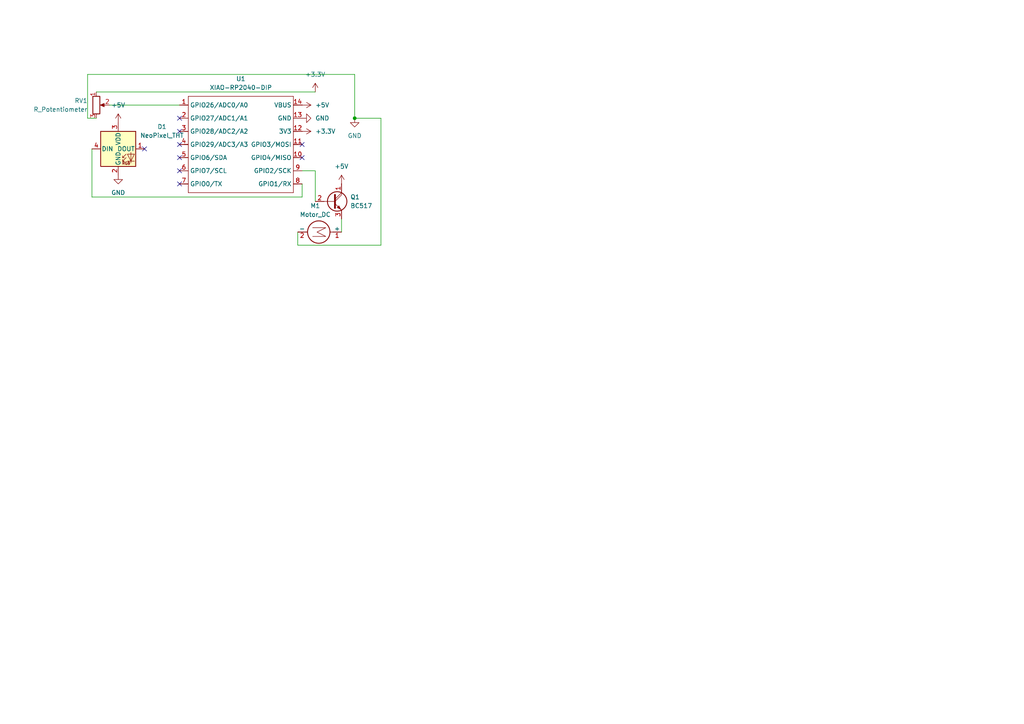
<source format=kicad_sch>
(kicad_sch
	(version 20250114)
	(generator "eeschema")
	(generator_version "9.0")
	(uuid "eb2d644a-b072-4388-b3f9-ae61c2cde254")
	(paper "A4")
	(lib_symbols
		(symbol "Device:R_Potentiometer"
			(pin_names
				(offset 1.016)
				(hide yes)
			)
			(exclude_from_sim no)
			(in_bom yes)
			(on_board yes)
			(property "Reference" "RV"
				(at -4.445 0 90)
				(effects
					(font
						(size 1.27 1.27)
					)
				)
			)
			(property "Value" "R_Potentiometer"
				(at -2.54 0 90)
				(effects
					(font
						(size 1.27 1.27)
					)
				)
			)
			(property "Footprint" ""
				(at 0 0 0)
				(effects
					(font
						(size 1.27 1.27)
					)
					(hide yes)
				)
			)
			(property "Datasheet" "~"
				(at 0 0 0)
				(effects
					(font
						(size 1.27 1.27)
					)
					(hide yes)
				)
			)
			(property "Description" "Potentiometer"
				(at 0 0 0)
				(effects
					(font
						(size 1.27 1.27)
					)
					(hide yes)
				)
			)
			(property "ki_keywords" "resistor variable"
				(at 0 0 0)
				(effects
					(font
						(size 1.27 1.27)
					)
					(hide yes)
				)
			)
			(property "ki_fp_filters" "Potentiometer*"
				(at 0 0 0)
				(effects
					(font
						(size 1.27 1.27)
					)
					(hide yes)
				)
			)
			(symbol "R_Potentiometer_0_1"
				(rectangle
					(start 1.016 2.54)
					(end -1.016 -2.54)
					(stroke
						(width 0.254)
						(type default)
					)
					(fill
						(type none)
					)
				)
				(polyline
					(pts
						(xy 1.143 0) (xy 2.286 0.508) (xy 2.286 -0.508) (xy 1.143 0)
					)
					(stroke
						(width 0)
						(type default)
					)
					(fill
						(type outline)
					)
				)
				(polyline
					(pts
						(xy 2.54 0) (xy 1.524 0)
					)
					(stroke
						(width 0)
						(type default)
					)
					(fill
						(type none)
					)
				)
			)
			(symbol "R_Potentiometer_1_1"
				(pin passive line
					(at 0 3.81 270)
					(length 1.27)
					(name "1"
						(effects
							(font
								(size 1.27 1.27)
							)
						)
					)
					(number "1"
						(effects
							(font
								(size 1.27 1.27)
							)
						)
					)
				)
				(pin passive line
					(at 0 -3.81 90)
					(length 1.27)
					(name "3"
						(effects
							(font
								(size 1.27 1.27)
							)
						)
					)
					(number "3"
						(effects
							(font
								(size 1.27 1.27)
							)
						)
					)
				)
				(pin passive line
					(at 3.81 0 180)
					(length 1.27)
					(name "2"
						(effects
							(font
								(size 1.27 1.27)
							)
						)
					)
					(number "2"
						(effects
							(font
								(size 1.27 1.27)
							)
						)
					)
				)
			)
			(embedded_fonts no)
		)
		(symbol "LED:NeoPixel_THT"
			(pin_names
				(offset 0.254)
			)
			(exclude_from_sim no)
			(in_bom yes)
			(on_board yes)
			(property "Reference" "D"
				(at 5.08 5.715 0)
				(effects
					(font
						(size 1.27 1.27)
					)
					(justify right bottom)
				)
			)
			(property "Value" "NeoPixel_THT"
				(at 1.27 -5.715 0)
				(effects
					(font
						(size 1.27 1.27)
					)
					(justify left top)
				)
			)
			(property "Footprint" ""
				(at 1.27 -7.62 0)
				(effects
					(font
						(size 1.27 1.27)
					)
					(justify left top)
					(hide yes)
				)
			)
			(property "Datasheet" "https://www.adafruit.com/product/1938"
				(at 2.54 -9.525 0)
				(effects
					(font
						(size 1.27 1.27)
					)
					(justify left top)
					(hide yes)
				)
			)
			(property "Description" "RGB LED with integrated controller, 5mm/8mm LED package"
				(at 0 0 0)
				(effects
					(font
						(size 1.27 1.27)
					)
					(hide yes)
				)
			)
			(property "ki_keywords" "RGB LED NeoPixel addressable"
				(at 0 0 0)
				(effects
					(font
						(size 1.27 1.27)
					)
					(hide yes)
				)
			)
			(property "ki_fp_filters" "LED*D5.0mm* LED*D8.0mm*"
				(at 0 0 0)
				(effects
					(font
						(size 1.27 1.27)
					)
					(hide yes)
				)
			)
			(symbol "NeoPixel_THT_0_0"
				(text "RGB"
					(at 2.286 -4.191 0)
					(effects
						(font
							(size 0.762 0.762)
						)
					)
				)
			)
			(symbol "NeoPixel_THT_0_1"
				(polyline
					(pts
						(xy 1.27 -2.54) (xy 1.778 -2.54)
					)
					(stroke
						(width 0)
						(type default)
					)
					(fill
						(type none)
					)
				)
				(polyline
					(pts
						(xy 1.27 -3.556) (xy 1.778 -3.556)
					)
					(stroke
						(width 0)
						(type default)
					)
					(fill
						(type none)
					)
				)
				(polyline
					(pts
						(xy 2.286 -1.524) (xy 1.27 -2.54) (xy 1.27 -2.032)
					)
					(stroke
						(width 0)
						(type default)
					)
					(fill
						(type none)
					)
				)
				(polyline
					(pts
						(xy 2.286 -2.54) (xy 1.27 -3.556) (xy 1.27 -3.048)
					)
					(stroke
						(width 0)
						(type default)
					)
					(fill
						(type none)
					)
				)
				(polyline
					(pts
						(xy 3.683 -1.016) (xy 3.683 -3.556) (xy 3.683 -4.064)
					)
					(stroke
						(width 0)
						(type default)
					)
					(fill
						(type none)
					)
				)
				(polyline
					(pts
						(xy 4.699 -1.524) (xy 2.667 -1.524) (xy 3.683 -3.556) (xy 4.699 -1.524)
					)
					(stroke
						(width 0)
						(type default)
					)
					(fill
						(type none)
					)
				)
				(polyline
					(pts
						(xy 4.699 -3.556) (xy 2.667 -3.556)
					)
					(stroke
						(width 0)
						(type default)
					)
					(fill
						(type none)
					)
				)
				(rectangle
					(start 5.08 5.08)
					(end -5.08 -5.08)
					(stroke
						(width 0.254)
						(type default)
					)
					(fill
						(type background)
					)
				)
			)
			(symbol "NeoPixel_THT_1_1"
				(pin input line
					(at -7.62 0 0)
					(length 2.54)
					(name "DIN"
						(effects
							(font
								(size 1.27 1.27)
							)
						)
					)
					(number "4"
						(effects
							(font
								(size 1.27 1.27)
							)
						)
					)
				)
				(pin power_in line
					(at 0 7.62 270)
					(length 2.54)
					(name "VDD"
						(effects
							(font
								(size 1.27 1.27)
							)
						)
					)
					(number "3"
						(effects
							(font
								(size 1.27 1.27)
							)
						)
					)
				)
				(pin power_in line
					(at 0 -7.62 90)
					(length 2.54)
					(name "GND"
						(effects
							(font
								(size 1.27 1.27)
							)
						)
					)
					(number "2"
						(effects
							(font
								(size 1.27 1.27)
							)
						)
					)
				)
				(pin output line
					(at 7.62 0 180)
					(length 2.54)
					(name "DOUT"
						(effects
							(font
								(size 1.27 1.27)
							)
						)
					)
					(number "1"
						(effects
							(font
								(size 1.27 1.27)
							)
						)
					)
				)
			)
			(embedded_fonts no)
		)
		(symbol "Motor:Motor_DC"
			(pin_names
				(offset 0)
			)
			(exclude_from_sim no)
			(in_bom yes)
			(on_board yes)
			(property "Reference" "M"
				(at 2.54 2.54 0)
				(effects
					(font
						(size 1.27 1.27)
					)
					(justify left)
				)
			)
			(property "Value" "Motor_DC"
				(at 2.54 -5.08 0)
				(effects
					(font
						(size 1.27 1.27)
					)
					(justify left top)
				)
			)
			(property "Footprint" ""
				(at 0 -2.286 0)
				(effects
					(font
						(size 1.27 1.27)
					)
					(hide yes)
				)
			)
			(property "Datasheet" "~"
				(at 0 -2.286 0)
				(effects
					(font
						(size 1.27 1.27)
					)
					(hide yes)
				)
			)
			(property "Description" "DC Motor"
				(at 0 0 0)
				(effects
					(font
						(size 1.27 1.27)
					)
					(hide yes)
				)
			)
			(property "ki_keywords" "DC Motor"
				(at 0 0 0)
				(effects
					(font
						(size 1.27 1.27)
					)
					(hide yes)
				)
			)
			(property "ki_fp_filters" "PinHeader*P2.54mm* TerminalBlock*"
				(at 0 0 0)
				(effects
					(font
						(size 1.27 1.27)
					)
					(hide yes)
				)
			)
			(symbol "Motor_DC_0_0"
				(polyline
					(pts
						(xy -1.27 -3.302) (xy -1.27 0.508) (xy 0 -2.032) (xy 1.27 0.508) (xy 1.27 -3.302)
					)
					(stroke
						(width 0)
						(type default)
					)
					(fill
						(type none)
					)
				)
			)
			(symbol "Motor_DC_0_1"
				(polyline
					(pts
						(xy 0 2.032) (xy 0 2.54)
					)
					(stroke
						(width 0)
						(type default)
					)
					(fill
						(type none)
					)
				)
				(polyline
					(pts
						(xy 0 1.7272) (xy 0 2.0828)
					)
					(stroke
						(width 0)
						(type default)
					)
					(fill
						(type none)
					)
				)
				(circle
					(center 0 -1.524)
					(radius 3.2512)
					(stroke
						(width 0.254)
						(type default)
					)
					(fill
						(type none)
					)
				)
				(polyline
					(pts
						(xy 0 -4.7752) (xy 0 -5.1816)
					)
					(stroke
						(width 0)
						(type default)
					)
					(fill
						(type none)
					)
				)
				(polyline
					(pts
						(xy 0 -7.62) (xy 0 -7.112)
					)
					(stroke
						(width 0)
						(type default)
					)
					(fill
						(type none)
					)
				)
			)
			(symbol "Motor_DC_1_1"
				(pin passive line
					(at 0 5.08 270)
					(length 2.54)
					(name "+"
						(effects
							(font
								(size 1.27 1.27)
							)
						)
					)
					(number "1"
						(effects
							(font
								(size 1.27 1.27)
							)
						)
					)
				)
				(pin passive line
					(at 0 -7.62 90)
					(length 2.54)
					(name "-"
						(effects
							(font
								(size 1.27 1.27)
							)
						)
					)
					(number "2"
						(effects
							(font
								(size 1.27 1.27)
							)
						)
					)
				)
			)
			(embedded_fonts no)
		)
		(symbol "OPL:XIAO-RP2040-DIP"
			(exclude_from_sim no)
			(in_bom yes)
			(on_board yes)
			(property "Reference" "U"
				(at 0 0 0)
				(effects
					(font
						(size 1.27 1.27)
					)
				)
			)
			(property "Value" "XIAO-RP2040-DIP"
				(at 5.334 -1.778 0)
				(effects
					(font
						(size 1.27 1.27)
					)
				)
			)
			(property "Footprint" "Module:MOUDLE14P-XIAO-DIP-SMD"
				(at 14.478 -32.258 0)
				(effects
					(font
						(size 1.27 1.27)
					)
					(hide yes)
				)
			)
			(property "Datasheet" ""
				(at 0 0 0)
				(effects
					(font
						(size 1.27 1.27)
					)
					(hide yes)
				)
			)
			(property "Description" ""
				(at 0 0 0)
				(effects
					(font
						(size 1.27 1.27)
					)
					(hide yes)
				)
			)
			(symbol "XIAO-RP2040-DIP_1_0"
				(polyline
					(pts
						(xy -1.27 -2.54) (xy 29.21 -2.54)
					)
					(stroke
						(width 0.1524)
						(type solid)
					)
					(fill
						(type none)
					)
				)
				(polyline
					(pts
						(xy -1.27 -5.08) (xy -2.54 -5.08)
					)
					(stroke
						(width 0.1524)
						(type solid)
					)
					(fill
						(type none)
					)
				)
				(polyline
					(pts
						(xy -1.27 -5.08) (xy -1.27 -2.54)
					)
					(stroke
						(width 0.1524)
						(type solid)
					)
					(fill
						(type none)
					)
				)
				(polyline
					(pts
						(xy -1.27 -8.89) (xy -2.54 -8.89)
					)
					(stroke
						(width 0.1524)
						(type solid)
					)
					(fill
						(type none)
					)
				)
				(polyline
					(pts
						(xy -1.27 -8.89) (xy -1.27 -5.08)
					)
					(stroke
						(width 0.1524)
						(type solid)
					)
					(fill
						(type none)
					)
				)
				(polyline
					(pts
						(xy -1.27 -12.7) (xy -2.54 -12.7)
					)
					(stroke
						(width 0.1524)
						(type solid)
					)
					(fill
						(type none)
					)
				)
				(polyline
					(pts
						(xy -1.27 -12.7) (xy -1.27 -8.89)
					)
					(stroke
						(width 0.1524)
						(type solid)
					)
					(fill
						(type none)
					)
				)
				(polyline
					(pts
						(xy -1.27 -16.51) (xy -2.54 -16.51)
					)
					(stroke
						(width 0.1524)
						(type solid)
					)
					(fill
						(type none)
					)
				)
				(polyline
					(pts
						(xy -1.27 -16.51) (xy -1.27 -12.7)
					)
					(stroke
						(width 0.1524)
						(type solid)
					)
					(fill
						(type none)
					)
				)
				(polyline
					(pts
						(xy -1.27 -20.32) (xy -2.54 -20.32)
					)
					(stroke
						(width 0.1524)
						(type solid)
					)
					(fill
						(type none)
					)
				)
				(polyline
					(pts
						(xy -1.27 -24.13) (xy -2.54 -24.13)
					)
					(stroke
						(width 0.1524)
						(type solid)
					)
					(fill
						(type none)
					)
				)
				(polyline
					(pts
						(xy -1.27 -27.94) (xy -2.54 -27.94)
					)
					(stroke
						(width 0.1524)
						(type solid)
					)
					(fill
						(type none)
					)
				)
				(polyline
					(pts
						(xy -1.27 -30.48) (xy -1.27 -16.51)
					)
					(stroke
						(width 0.1524)
						(type solid)
					)
					(fill
						(type none)
					)
				)
				(polyline
					(pts
						(xy 29.21 -2.54) (xy 29.21 -5.08)
					)
					(stroke
						(width 0.1524)
						(type solid)
					)
					(fill
						(type none)
					)
				)
				(polyline
					(pts
						(xy 29.21 -5.08) (xy 29.21 -8.89)
					)
					(stroke
						(width 0.1524)
						(type solid)
					)
					(fill
						(type none)
					)
				)
				(polyline
					(pts
						(xy 29.21 -8.89) (xy 29.21 -12.7)
					)
					(stroke
						(width 0.1524)
						(type solid)
					)
					(fill
						(type none)
					)
				)
				(polyline
					(pts
						(xy 29.21 -12.7) (xy 29.21 -30.48)
					)
					(stroke
						(width 0.1524)
						(type solid)
					)
					(fill
						(type none)
					)
				)
				(polyline
					(pts
						(xy 29.21 -30.48) (xy -1.27 -30.48)
					)
					(stroke
						(width 0.1524)
						(type solid)
					)
					(fill
						(type none)
					)
				)
				(polyline
					(pts
						(xy 30.48 -5.08) (xy 29.21 -5.08)
					)
					(stroke
						(width 0.1524)
						(type solid)
					)
					(fill
						(type none)
					)
				)
				(polyline
					(pts
						(xy 30.48 -8.89) (xy 29.21 -8.89)
					)
					(stroke
						(width 0.1524)
						(type solid)
					)
					(fill
						(type none)
					)
				)
				(polyline
					(pts
						(xy 30.48 -12.7) (xy 29.21 -12.7)
					)
					(stroke
						(width 0.1524)
						(type solid)
					)
					(fill
						(type none)
					)
				)
				(polyline
					(pts
						(xy 30.48 -16.51) (xy 29.21 -16.51)
					)
					(stroke
						(width 0.1524)
						(type solid)
					)
					(fill
						(type none)
					)
				)
				(polyline
					(pts
						(xy 30.48 -20.32) (xy 29.21 -20.32)
					)
					(stroke
						(width 0.1524)
						(type solid)
					)
					(fill
						(type none)
					)
				)
				(polyline
					(pts
						(xy 30.48 -24.13) (xy 29.21 -24.13)
					)
					(stroke
						(width 0.1524)
						(type solid)
					)
					(fill
						(type none)
					)
				)
				(polyline
					(pts
						(xy 30.48 -27.94) (xy 29.21 -27.94)
					)
					(stroke
						(width 0.1524)
						(type solid)
					)
					(fill
						(type none)
					)
				)
				(pin passive line
					(at -3.81 -5.08 0)
					(length 2.54)
					(name "GPIO26/ADC0/A0"
						(effects
							(font
								(size 1.27 1.27)
							)
						)
					)
					(number "1"
						(effects
							(font
								(size 1.27 1.27)
							)
						)
					)
				)
				(pin passive line
					(at -3.81 -8.89 0)
					(length 2.54)
					(name "GPIO27/ADC1/A1"
						(effects
							(font
								(size 1.27 1.27)
							)
						)
					)
					(number "2"
						(effects
							(font
								(size 1.27 1.27)
							)
						)
					)
				)
				(pin passive line
					(at -3.81 -12.7 0)
					(length 2.54)
					(name "GPIO28/ADC2/A2"
						(effects
							(font
								(size 1.27 1.27)
							)
						)
					)
					(number "3"
						(effects
							(font
								(size 1.27 1.27)
							)
						)
					)
				)
				(pin passive line
					(at -3.81 -16.51 0)
					(length 2.54)
					(name "GPIO29/ADC3/A3"
						(effects
							(font
								(size 1.27 1.27)
							)
						)
					)
					(number "4"
						(effects
							(font
								(size 1.27 1.27)
							)
						)
					)
				)
				(pin passive line
					(at -3.81 -20.32 0)
					(length 2.54)
					(name "GPIO6/SDA"
						(effects
							(font
								(size 1.27 1.27)
							)
						)
					)
					(number "5"
						(effects
							(font
								(size 1.27 1.27)
							)
						)
					)
				)
				(pin passive line
					(at -3.81 -24.13 0)
					(length 2.54)
					(name "GPIO7/SCL"
						(effects
							(font
								(size 1.27 1.27)
							)
						)
					)
					(number "6"
						(effects
							(font
								(size 1.27 1.27)
							)
						)
					)
				)
				(pin passive line
					(at -3.81 -27.94 0)
					(length 2.54)
					(name "GPIO0/TX"
						(effects
							(font
								(size 1.27 1.27)
							)
						)
					)
					(number "7"
						(effects
							(font
								(size 1.27 1.27)
							)
						)
					)
				)
				(pin passive line
					(at 31.75 -5.08 180)
					(length 2.54)
					(name "VBUS"
						(effects
							(font
								(size 1.27 1.27)
							)
						)
					)
					(number "14"
						(effects
							(font
								(size 1.27 1.27)
							)
						)
					)
				)
				(pin passive line
					(at 31.75 -8.89 180)
					(length 2.54)
					(name "GND"
						(effects
							(font
								(size 1.27 1.27)
							)
						)
					)
					(number "13"
						(effects
							(font
								(size 1.27 1.27)
							)
						)
					)
				)
				(pin passive line
					(at 31.75 -12.7 180)
					(length 2.54)
					(name "3V3"
						(effects
							(font
								(size 1.27 1.27)
							)
						)
					)
					(number "12"
						(effects
							(font
								(size 1.27 1.27)
							)
						)
					)
				)
				(pin passive line
					(at 31.75 -16.51 180)
					(length 2.54)
					(name "GPIO3/MOSI"
						(effects
							(font
								(size 1.27 1.27)
							)
						)
					)
					(number "11"
						(effects
							(font
								(size 1.27 1.27)
							)
						)
					)
				)
				(pin passive line
					(at 31.75 -20.32 180)
					(length 2.54)
					(name "GPIO4/MISO"
						(effects
							(font
								(size 1.27 1.27)
							)
						)
					)
					(number "10"
						(effects
							(font
								(size 1.27 1.27)
							)
						)
					)
				)
				(pin passive line
					(at 31.75 -24.13 180)
					(length 2.54)
					(name "GPIO2/SCK"
						(effects
							(font
								(size 1.27 1.27)
							)
						)
					)
					(number "9"
						(effects
							(font
								(size 1.27 1.27)
							)
						)
					)
				)
				(pin passive line
					(at 31.75 -27.94 180)
					(length 2.54)
					(name "GPIO1/RX"
						(effects
							(font
								(size 1.27 1.27)
							)
						)
					)
					(number "8"
						(effects
							(font
								(size 1.27 1.27)
							)
						)
					)
				)
			)
			(embedded_fonts no)
		)
		(symbol "Transistor_BJT:BC517"
			(pin_names
				(offset 0)
				(hide yes)
			)
			(exclude_from_sim no)
			(in_bom yes)
			(on_board yes)
			(property "Reference" "Q"
				(at 5.08 1.905 0)
				(effects
					(font
						(size 1.27 1.27)
					)
					(justify left)
				)
			)
			(property "Value" "BC517"
				(at 5.08 0 0)
				(effects
					(font
						(size 1.27 1.27)
					)
					(justify left)
				)
			)
			(property "Footprint" "Package_TO_SOT_THT:TO-92_Inline"
				(at 5.08 -1.905 0)
				(effects
					(font
						(size 1.27 1.27)
						(italic yes)
					)
					(justify left)
					(hide yes)
				)
			)
			(property "Datasheet" "https://www.onsemi.com/pub/Collateral/BC517-D74Z-D.PDF"
				(at 0 0 0)
				(effects
					(font
						(size 1.27 1.27)
					)
					(justify left)
					(hide yes)
				)
			)
			(property "Description" "1A Ic, 30V Vce, Darlington NPN Transistor, TO-92"
				(at 0 0 0)
				(effects
					(font
						(size 1.27 1.27)
					)
					(hide yes)
				)
			)
			(property "ki_keywords" "NPN Darlington Darl Transistor"
				(at 0 0 0)
				(effects
					(font
						(size 1.27 1.27)
					)
					(hide yes)
				)
			)
			(property "ki_fp_filters" "TO?92*"
				(at 0 0 0)
				(effects
					(font
						(size 1.27 1.27)
					)
					(hide yes)
				)
			)
			(symbol "BC517_0_1"
				(polyline
					(pts
						(xy -2.54 0) (xy 0.635 0)
					)
					(stroke
						(width 0)
						(type default)
					)
					(fill
						(type none)
					)
				)
				(polyline
					(pts
						(xy 0.635 1.905) (xy 0.635 -1.905)
					)
					(stroke
						(width 0.508)
						(type default)
					)
					(fill
						(type none)
					)
				)
				(polyline
					(pts
						(xy 0.635 0) (xy 2.54 1.905) (xy 2.54 2.54)
					)
					(stroke
						(width 0)
						(type default)
					)
					(fill
						(type none)
					)
				)
				(circle
					(center 1.27 0)
					(radius 2.8194)
					(stroke
						(width 0.254)
						(type default)
					)
					(fill
						(type none)
					)
				)
			)
			(symbol "BC517_1_1"
				(polyline
					(pts
						(xy 0.635 0.635) (xy 2.54 2.54)
					)
					(stroke
						(width 0)
						(type default)
					)
					(fill
						(type none)
					)
				)
				(polyline
					(pts
						(xy 0.635 -0.635) (xy 2.54 -2.54)
					)
					(stroke
						(width 0)
						(type default)
					)
					(fill
						(type none)
					)
				)
				(polyline
					(pts
						(xy 1.27 -1.778) (xy 1.778 -1.27) (xy 2.286 -2.286) (xy 1.27 -1.778)
					)
					(stroke
						(width 0)
						(type default)
					)
					(fill
						(type outline)
					)
				)
				(pin input line
					(at -5.08 0 0)
					(length 2.54)
					(name "B"
						(effects
							(font
								(size 1.27 1.27)
							)
						)
					)
					(number "2"
						(effects
							(font
								(size 1.27 1.27)
							)
						)
					)
				)
				(pin passive line
					(at 2.54 5.08 270)
					(length 2.54)
					(name "C"
						(effects
							(font
								(size 1.27 1.27)
							)
						)
					)
					(number "1"
						(effects
							(font
								(size 1.27 1.27)
							)
						)
					)
				)
				(pin passive line
					(at 2.54 -5.08 90)
					(length 2.54)
					(name "E"
						(effects
							(font
								(size 1.27 1.27)
							)
						)
					)
					(number "3"
						(effects
							(font
								(size 1.27 1.27)
							)
						)
					)
				)
			)
			(embedded_fonts no)
		)
		(symbol "power:+3.3V"
			(power)
			(pin_numbers
				(hide yes)
			)
			(pin_names
				(offset 0)
				(hide yes)
			)
			(exclude_from_sim no)
			(in_bom yes)
			(on_board yes)
			(property "Reference" "#PWR"
				(at 0 -3.81 0)
				(effects
					(font
						(size 1.27 1.27)
					)
					(hide yes)
				)
			)
			(property "Value" "+3.3V"
				(at 0 3.556 0)
				(effects
					(font
						(size 1.27 1.27)
					)
				)
			)
			(property "Footprint" ""
				(at 0 0 0)
				(effects
					(font
						(size 1.27 1.27)
					)
					(hide yes)
				)
			)
			(property "Datasheet" ""
				(at 0 0 0)
				(effects
					(font
						(size 1.27 1.27)
					)
					(hide yes)
				)
			)
			(property "Description" "Power symbol creates a global label with name \"+3.3V\""
				(at 0 0 0)
				(effects
					(font
						(size 1.27 1.27)
					)
					(hide yes)
				)
			)
			(property "ki_keywords" "global power"
				(at 0 0 0)
				(effects
					(font
						(size 1.27 1.27)
					)
					(hide yes)
				)
			)
			(symbol "+3.3V_0_1"
				(polyline
					(pts
						(xy -0.762 1.27) (xy 0 2.54)
					)
					(stroke
						(width 0)
						(type default)
					)
					(fill
						(type none)
					)
				)
				(polyline
					(pts
						(xy 0 2.54) (xy 0.762 1.27)
					)
					(stroke
						(width 0)
						(type default)
					)
					(fill
						(type none)
					)
				)
				(polyline
					(pts
						(xy 0 0) (xy 0 2.54)
					)
					(stroke
						(width 0)
						(type default)
					)
					(fill
						(type none)
					)
				)
			)
			(symbol "+3.3V_1_1"
				(pin power_in line
					(at 0 0 90)
					(length 0)
					(name "~"
						(effects
							(font
								(size 1.27 1.27)
							)
						)
					)
					(number "1"
						(effects
							(font
								(size 1.27 1.27)
							)
						)
					)
				)
			)
			(embedded_fonts no)
		)
		(symbol "power:+5V"
			(power)
			(pin_numbers
				(hide yes)
			)
			(pin_names
				(offset 0)
				(hide yes)
			)
			(exclude_from_sim no)
			(in_bom yes)
			(on_board yes)
			(property "Reference" "#PWR"
				(at 0 -3.81 0)
				(effects
					(font
						(size 1.27 1.27)
					)
					(hide yes)
				)
			)
			(property "Value" "+5V"
				(at 0 3.556 0)
				(effects
					(font
						(size 1.27 1.27)
					)
				)
			)
			(property "Footprint" ""
				(at 0 0 0)
				(effects
					(font
						(size 1.27 1.27)
					)
					(hide yes)
				)
			)
			(property "Datasheet" ""
				(at 0 0 0)
				(effects
					(font
						(size 1.27 1.27)
					)
					(hide yes)
				)
			)
			(property "Description" "Power symbol creates a global label with name \"+5V\""
				(at 0 0 0)
				(effects
					(font
						(size 1.27 1.27)
					)
					(hide yes)
				)
			)
			(property "ki_keywords" "global power"
				(at 0 0 0)
				(effects
					(font
						(size 1.27 1.27)
					)
					(hide yes)
				)
			)
			(symbol "+5V_0_1"
				(polyline
					(pts
						(xy -0.762 1.27) (xy 0 2.54)
					)
					(stroke
						(width 0)
						(type default)
					)
					(fill
						(type none)
					)
				)
				(polyline
					(pts
						(xy 0 2.54) (xy 0.762 1.27)
					)
					(stroke
						(width 0)
						(type default)
					)
					(fill
						(type none)
					)
				)
				(polyline
					(pts
						(xy 0 0) (xy 0 2.54)
					)
					(stroke
						(width 0)
						(type default)
					)
					(fill
						(type none)
					)
				)
			)
			(symbol "+5V_1_1"
				(pin power_in line
					(at 0 0 90)
					(length 0)
					(name "~"
						(effects
							(font
								(size 1.27 1.27)
							)
						)
					)
					(number "1"
						(effects
							(font
								(size 1.27 1.27)
							)
						)
					)
				)
			)
			(embedded_fonts no)
		)
		(symbol "power:GND"
			(power)
			(pin_numbers
				(hide yes)
			)
			(pin_names
				(offset 0)
				(hide yes)
			)
			(exclude_from_sim no)
			(in_bom yes)
			(on_board yes)
			(property "Reference" "#PWR"
				(at 0 -6.35 0)
				(effects
					(font
						(size 1.27 1.27)
					)
					(hide yes)
				)
			)
			(property "Value" "GND"
				(at 0 -3.81 0)
				(effects
					(font
						(size 1.27 1.27)
					)
				)
			)
			(property "Footprint" ""
				(at 0 0 0)
				(effects
					(font
						(size 1.27 1.27)
					)
					(hide yes)
				)
			)
			(property "Datasheet" ""
				(at 0 0 0)
				(effects
					(font
						(size 1.27 1.27)
					)
					(hide yes)
				)
			)
			(property "Description" "Power symbol creates a global label with name \"GND\" , ground"
				(at 0 0 0)
				(effects
					(font
						(size 1.27 1.27)
					)
					(hide yes)
				)
			)
			(property "ki_keywords" "global power"
				(at 0 0 0)
				(effects
					(font
						(size 1.27 1.27)
					)
					(hide yes)
				)
			)
			(symbol "GND_0_1"
				(polyline
					(pts
						(xy 0 0) (xy 0 -1.27) (xy 1.27 -1.27) (xy 0 -2.54) (xy -1.27 -1.27) (xy 0 -1.27)
					)
					(stroke
						(width 0)
						(type default)
					)
					(fill
						(type none)
					)
				)
			)
			(symbol "GND_1_1"
				(pin power_in line
					(at 0 0 270)
					(length 0)
					(name "~"
						(effects
							(font
								(size 1.27 1.27)
							)
						)
					)
					(number "1"
						(effects
							(font
								(size 1.27 1.27)
							)
						)
					)
				)
			)
			(embedded_fonts no)
		)
	)
	(junction
		(at 102.87 34.29)
		(diameter 0)
		(color 0 0 0 0)
		(uuid "5401d2d5-7f6f-449e-8b34-8e98fd321843")
	)
	(no_connect
		(at 52.07 34.29)
		(uuid "0034fbcf-52b7-4519-a790-124ef3425a51")
	)
	(no_connect
		(at 87.63 41.91)
		(uuid "38df4c0e-bf68-493f-95c6-722c257b55fe")
	)
	(no_connect
		(at 52.07 38.1)
		(uuid "56f7fd91-5703-4aca-8394-37b45cf0585c")
	)
	(no_connect
		(at 52.07 45.72)
		(uuid "649ff5ae-bb5e-41e6-92d5-45ad8dc1c57f")
	)
	(no_connect
		(at 87.63 45.72)
		(uuid "a5823290-92b4-4b5d-a3a1-e57f80b3e897")
	)
	(no_connect
		(at 52.07 41.91)
		(uuid "add9538c-783b-45c3-aa6f-f7a1819e2316")
	)
	(no_connect
		(at 52.07 49.53)
		(uuid "b6fa13da-5e77-4040-a324-721cb6a855de")
	)
	(no_connect
		(at 41.91 43.18)
		(uuid "d677748e-ed4f-4eee-b131-aef33de1c3bc")
	)
	(no_connect
		(at 52.07 53.34)
		(uuid "fdd9f971-e7b2-4ddb-a3e3-00893efe98cc")
	)
	(wire
		(pts
			(xy 25.4 34.29) (xy 25.4 21.59)
		)
		(stroke
			(width 0)
			(type default)
		)
		(uuid "2856f0f5-060a-419c-8898-ea1d91d5f04c")
	)
	(wire
		(pts
			(xy 27.94 26.67) (xy 91.44 26.67)
		)
		(stroke
			(width 0)
			(type default)
		)
		(uuid "2ae683bf-6e5a-4910-840c-e8e5946d4dc5")
	)
	(wire
		(pts
			(xy 110.49 71.12) (xy 110.49 34.29)
		)
		(stroke
			(width 0)
			(type default)
		)
		(uuid "41b2c01e-11e9-4a08-8eb2-4047381bdf26")
	)
	(wire
		(pts
			(xy 91.44 49.53) (xy 91.44 58.42)
		)
		(stroke
			(width 0)
			(type default)
		)
		(uuid "5656b4be-226f-4b30-8c5f-82c686505143")
	)
	(wire
		(pts
			(xy 102.87 21.59) (xy 102.87 34.29)
		)
		(stroke
			(width 0)
			(type default)
		)
		(uuid "5a4dab04-4b0c-4427-a17c-8383df859a4c")
	)
	(wire
		(pts
			(xy 31.75 30.48) (xy 52.07 30.48)
		)
		(stroke
			(width 0)
			(type default)
		)
		(uuid "7a2d66e1-ad94-4df3-949e-f65d18c6fbd1")
	)
	(wire
		(pts
			(xy 110.49 34.29) (xy 102.87 34.29)
		)
		(stroke
			(width 0)
			(type default)
		)
		(uuid "7dd80356-0e56-4711-a592-103fdba17686")
	)
	(wire
		(pts
			(xy 87.63 57.15) (xy 26.67 57.15)
		)
		(stroke
			(width 0)
			(type default)
		)
		(uuid "8eb72ce8-a315-4bd8-ae27-b18c7b6dc157")
	)
	(wire
		(pts
			(xy 99.06 67.31) (xy 99.06 63.5)
		)
		(stroke
			(width 0)
			(type default)
		)
		(uuid "b0712c6c-84af-4186-a8e2-a469e9d04575")
	)
	(wire
		(pts
			(xy 87.63 53.34) (xy 87.63 57.15)
		)
		(stroke
			(width 0)
			(type default)
		)
		(uuid "b3de3fe6-daf3-4dff-9ec1-6ea2183ffcfc")
	)
	(wire
		(pts
			(xy 86.36 67.31) (xy 86.36 71.12)
		)
		(stroke
			(width 0)
			(type default)
		)
		(uuid "b90bcde3-aa47-4348-84b3-6312bfa4339c")
	)
	(wire
		(pts
			(xy 25.4 21.59) (xy 102.87 21.59)
		)
		(stroke
			(width 0)
			(type default)
		)
		(uuid "d3f4b7bd-50ca-4d71-9df9-33515ba560c8")
	)
	(wire
		(pts
			(xy 86.36 71.12) (xy 110.49 71.12)
		)
		(stroke
			(width 0)
			(type default)
		)
		(uuid "d7475657-7b05-4dad-8719-7f99e48ea13f")
	)
	(wire
		(pts
			(xy 26.67 57.15) (xy 26.67 43.18)
		)
		(stroke
			(width 0)
			(type default)
		)
		(uuid "dc8fa803-f79a-41cf-9c75-a4589eeac069")
	)
	(wire
		(pts
			(xy 87.63 49.53) (xy 91.44 49.53)
		)
		(stroke
			(width 0)
			(type default)
		)
		(uuid "e546a776-cff3-45db-bc66-45759c46fd29")
	)
	(wire
		(pts
			(xy 27.94 34.29) (xy 25.4 34.29)
		)
		(stroke
			(width 0)
			(type default)
		)
		(uuid "fe0f80d6-40e1-4e8a-805a-6b59ccbe3acc")
	)
	(symbol
		(lib_id "power:GND")
		(at 87.63 34.29 90)
		(unit 1)
		(exclude_from_sim no)
		(in_bom yes)
		(on_board yes)
		(dnp no)
		(fields_autoplaced yes)
		(uuid "286b3ccd-cb17-468b-9a05-8b67ee23ab87")
		(property "Reference" "#PWR03"
			(at 93.98 34.29 0)
			(effects
				(font
					(size 1.27 1.27)
				)
				(hide yes)
			)
		)
		(property "Value" "GND"
			(at 91.44 34.2899 90)
			(effects
				(font
					(size 1.27 1.27)
				)
				(justify right)
			)
		)
		(property "Footprint" ""
			(at 87.63 34.29 0)
			(effects
				(font
					(size 1.27 1.27)
				)
				(hide yes)
			)
		)
		(property "Datasheet" ""
			(at 87.63 34.29 0)
			(effects
				(font
					(size 1.27 1.27)
				)
				(hide yes)
			)
		)
		(property "Description" "Power symbol creates a global label with name \"GND\" , ground"
			(at 87.63 34.29 0)
			(effects
				(font
					(size 1.27 1.27)
				)
				(hide yes)
			)
		)
		(pin "1"
			(uuid "276b901a-c609-4f5b-b8ba-f0f935ee4019")
		)
		(instances
			(project ""
				(path "/eb2d644a-b072-4388-b3f9-ae61c2cde254"
					(reference "#PWR03")
					(unit 1)
				)
			)
		)
	)
	(symbol
		(lib_id "Transistor_BJT:BC517")
		(at 96.52 58.42 0)
		(unit 1)
		(exclude_from_sim no)
		(in_bom yes)
		(on_board yes)
		(dnp no)
		(fields_autoplaced yes)
		(uuid "28e0647b-e59e-48ea-b9ba-22514ab1db9b")
		(property "Reference" "Q1"
			(at 101.6 57.1499 0)
			(effects
				(font
					(size 1.27 1.27)
				)
				(justify left)
			)
		)
		(property "Value" "BC517"
			(at 101.6 59.6899 0)
			(effects
				(font
					(size 1.27 1.27)
				)
				(justify left)
			)
		)
		(property "Footprint" "Package_TO_SOT_THT:TO-92_Inline"
			(at 101.6 60.325 0)
			(effects
				(font
					(size 1.27 1.27)
					(italic yes)
				)
				(justify left)
				(hide yes)
			)
		)
		(property "Datasheet" "https://www.onsemi.com/pub/Collateral/BC517-D74Z-D.PDF"
			(at 96.52 58.42 0)
			(effects
				(font
					(size 1.27 1.27)
				)
				(justify left)
				(hide yes)
			)
		)
		(property "Description" "1A Ic, 30V Vce, Darlington NPN Transistor, TO-92"
			(at 96.52 58.42 0)
			(effects
				(font
					(size 1.27 1.27)
				)
				(hide yes)
			)
		)
		(property "LSCS" "C443658"
			(at 96.52 58.42 0)
			(effects
				(font
					(size 1.27 1.27)
				)
				(hide yes)
			)
		)
		(pin "3"
			(uuid "9a6c3040-a6bf-41c5-ba9c-d9d3dd48fd66")
		)
		(pin "2"
			(uuid "8e1f6ac7-b16c-4d20-8570-bc8459b801a9")
		)
		(pin "1"
			(uuid "ed00fb30-ea3c-497c-b0f8-bef9194b56bb")
		)
		(instances
			(project ""
				(path "/eb2d644a-b072-4388-b3f9-ae61c2cde254"
					(reference "Q1")
					(unit 1)
				)
			)
		)
	)
	(symbol
		(lib_id "Motor:Motor_DC")
		(at 93.98 67.31 270)
		(unit 1)
		(exclude_from_sim no)
		(in_bom yes)
		(on_board yes)
		(dnp no)
		(fields_autoplaced yes)
		(uuid "49f3a37e-140e-4c7b-b5c7-1447b1fbaf64")
		(property "Reference" "M1"
			(at 91.44 59.69 90)
			(effects
				(font
					(size 1.27 1.27)
				)
			)
		)
		(property "Value" "Motor_DC"
			(at 91.44 62.23 90)
			(effects
				(font
					(size 1.27 1.27)
				)
			)
		)
		(property "Footprint" "General:Double_Pads"
			(at 91.694 67.31 0)
			(effects
				(font
					(size 1.27 1.27)
				)
				(hide yes)
			)
		)
		(property "Datasheet" "~"
			(at 91.694 67.31 0)
			(effects
				(font
					(size 1.27 1.27)
				)
				(hide yes)
			)
		)
		(property "Description" "DC Motor"
			(at 93.98 67.31 0)
			(effects
				(font
					(size 1.27 1.27)
				)
				(hide yes)
			)
		)
		(property "MNFC" "https://hobbycomponents.com/motors-and-servos/1070-5v-low-power-motor"
			(at 93.98 67.31 90)
			(effects
				(font
					(size 1.27 1.27)
				)
				(hide yes)
			)
		)
		(pin "2"
			(uuid "4d486bf2-5235-4434-b64c-ca8e37cddd6e")
		)
		(pin "1"
			(uuid "e0f8fe85-53e0-43a5-818c-f92d01226682")
		)
		(instances
			(project ""
				(path "/eb2d644a-b072-4388-b3f9-ae61c2cde254"
					(reference "M1")
					(unit 1)
				)
			)
		)
	)
	(symbol
		(lib_id "power:GND")
		(at 102.87 34.29 0)
		(unit 1)
		(exclude_from_sim no)
		(in_bom yes)
		(on_board yes)
		(dnp no)
		(fields_autoplaced yes)
		(uuid "6760f6b5-b76c-4f4a-bc9e-cb8a2b2f4aef")
		(property "Reference" "#PWR08"
			(at 102.87 40.64 0)
			(effects
				(font
					(size 1.27 1.27)
				)
				(hide yes)
			)
		)
		(property "Value" "GND"
			(at 102.87 39.37 0)
			(effects
				(font
					(size 1.27 1.27)
				)
			)
		)
		(property "Footprint" ""
			(at 102.87 34.29 0)
			(effects
				(font
					(size 1.27 1.27)
				)
				(hide yes)
			)
		)
		(property "Datasheet" ""
			(at 102.87 34.29 0)
			(effects
				(font
					(size 1.27 1.27)
				)
				(hide yes)
			)
		)
		(property "Description" "Power symbol creates a global label with name \"GND\" , ground"
			(at 102.87 34.29 0)
			(effects
				(font
					(size 1.27 1.27)
				)
				(hide yes)
			)
		)
		(pin "1"
			(uuid "28af6f21-de63-4135-b179-2c3f79bd0083")
		)
		(instances
			(project ""
				(path "/eb2d644a-b072-4388-b3f9-ae61c2cde254"
					(reference "#PWR08")
					(unit 1)
				)
			)
		)
	)
	(symbol
		(lib_id "Device:R_Potentiometer")
		(at 27.94 30.48 0)
		(unit 1)
		(exclude_from_sim no)
		(in_bom yes)
		(on_board yes)
		(dnp no)
		(fields_autoplaced yes)
		(uuid "6d09cb48-254c-442d-a1bc-1df6ae6ebbe5")
		(property "Reference" "RV1"
			(at 25.4 29.2099 0)
			(effects
				(font
					(size 1.27 1.27)
				)
				(justify right)
			)
		)
		(property "Value" "R_Potentiometer"
			(at 25.4 31.7499 0)
			(effects
				(font
					(size 1.27 1.27)
				)
				(justify right)
			)
		)
		(property "Footprint" "Potentiometer_SMD:Potentiometer_ACP_CA6-VSMD_Vertical"
			(at 27.94 30.48 0)
			(effects
				(font
					(size 1.27 1.27)
				)
				(hide yes)
			)
		)
		(property "Datasheet" "~"
			(at 27.94 30.48 0)
			(effects
				(font
					(size 1.27 1.27)
				)
				(hide yes)
			)
		)
		(property "Description" "Potentiometer"
			(at 27.94 30.48 0)
			(effects
				(font
					(size 1.27 1.27)
				)
				(hide yes)
			)
		)
		(property "LSCS" "RK09K1130AJ3"
			(at 27.94 30.48 0)
			(effects
				(font
					(size 1.27 1.27)
				)
				(hide yes)
			)
		)
		(pin "1"
			(uuid "d1c1d2bd-c1f2-4542-a1e2-7b2c889af932")
		)
		(pin "3"
			(uuid "c110ab4d-bad9-49de-b78c-1de18faf36d9")
		)
		(pin "2"
			(uuid "3da41861-4750-4208-b50d-b0d72e2e1fa8")
		)
		(instances
			(project ""
				(path "/eb2d644a-b072-4388-b3f9-ae61c2cde254"
					(reference "RV1")
					(unit 1)
				)
			)
		)
	)
	(symbol
		(lib_id "power:GND")
		(at 34.29 50.8 0)
		(unit 1)
		(exclude_from_sim no)
		(in_bom yes)
		(on_board yes)
		(dnp no)
		(fields_autoplaced yes)
		(uuid "6e6cb4da-6c8f-4bb8-a9cd-1f26566669dc")
		(property "Reference" "#PWR04"
			(at 34.29 57.15 0)
			(effects
				(font
					(size 1.27 1.27)
				)
				(hide yes)
			)
		)
		(property "Value" "GND"
			(at 34.29 55.88 0)
			(effects
				(font
					(size 1.27 1.27)
				)
			)
		)
		(property "Footprint" ""
			(at 34.29 50.8 0)
			(effects
				(font
					(size 1.27 1.27)
				)
				(hide yes)
			)
		)
		(property "Datasheet" ""
			(at 34.29 50.8 0)
			(effects
				(font
					(size 1.27 1.27)
				)
				(hide yes)
			)
		)
		(property "Description" "Power symbol creates a global label with name \"GND\" , ground"
			(at 34.29 50.8 0)
			(effects
				(font
					(size 1.27 1.27)
				)
				(hide yes)
			)
		)
		(pin "1"
			(uuid "75127b6e-3bb9-4bcc-b7fc-42a4134ec853")
		)
		(instances
			(project ""
				(path "/eb2d644a-b072-4388-b3f9-ae61c2cde254"
					(reference "#PWR04")
					(unit 1)
				)
			)
		)
	)
	(symbol
		(lib_id "LED:NeoPixel_THT")
		(at 34.29 43.18 0)
		(unit 1)
		(exclude_from_sim no)
		(in_bom yes)
		(on_board yes)
		(dnp no)
		(fields_autoplaced yes)
		(uuid "819e0240-db7a-443c-94f2-a55d3f09a735")
		(property "Reference" "D1"
			(at 46.99 36.7598 0)
			(effects
				(font
					(size 1.27 1.27)
				)
			)
		)
		(property "Value" "NeoPixel_THT"
			(at 46.99 39.2998 0)
			(effects
				(font
					(size 1.27 1.27)
				)
			)
		)
		(property "Footprint" "Crystal:Crystal_SMD_3225-4Pin_3.2x2.5mm_HandSoldering"
			(at 35.56 50.8 0)
			(effects
				(font
					(size 1.27 1.27)
				)
				(justify left top)
				(hide yes)
			)
		)
		(property "Datasheet" "https://www.adafruit.com/product/1938"
			(at 36.83 52.705 0)
			(effects
				(font
					(size 1.27 1.27)
				)
				(justify left top)
				(hide yes)
			)
		)
		(property "Description" "RGB LED with integrated controller, 5mm/8mm LED package"
			(at 34.29 43.18 0)
			(effects
				(font
					(size 1.27 1.27)
				)
				(hide yes)
			)
		)
		(property "MNFC" "https://www.adafruit.com/product/1938"
			(at 34.29 43.18 0)
			(effects
				(font
					(size 1.27 1.27)
				)
				(hide yes)
			)
		)
		(pin "2"
			(uuid "100d4c42-24d3-49ed-aaa6-5e734c8bb2ce")
		)
		(pin "3"
			(uuid "4b2087df-be5e-4c28-828f-ce1a8e39d00c")
		)
		(pin "1"
			(uuid "374d3625-6381-4f40-af4f-4797950619a4")
		)
		(pin "4"
			(uuid "e5b0ee79-fbfc-48f7-bd4a-67dc32fb4552")
		)
		(instances
			(project ""
				(path "/eb2d644a-b072-4388-b3f9-ae61c2cde254"
					(reference "D1")
					(unit 1)
				)
			)
		)
	)
	(symbol
		(lib_id "power:+5V")
		(at 99.06 53.34 0)
		(unit 1)
		(exclude_from_sim no)
		(in_bom yes)
		(on_board yes)
		(dnp no)
		(fields_autoplaced yes)
		(uuid "88c89175-ad04-4917-8fa4-5124fe95aef4")
		(property "Reference" "#PWR02"
			(at 99.06 57.15 0)
			(effects
				(font
					(size 1.27 1.27)
				)
				(hide yes)
			)
		)
		(property "Value" "+5V"
			(at 99.06 48.26 0)
			(effects
				(font
					(size 1.27 1.27)
				)
			)
		)
		(property "Footprint" ""
			(at 99.06 53.34 0)
			(effects
				(font
					(size 1.27 1.27)
				)
				(hide yes)
			)
		)
		(property "Datasheet" ""
			(at 99.06 53.34 0)
			(effects
				(font
					(size 1.27 1.27)
				)
				(hide yes)
			)
		)
		(property "Description" "Power symbol creates a global label with name \"+5V\""
			(at 99.06 53.34 0)
			(effects
				(font
					(size 1.27 1.27)
				)
				(hide yes)
			)
		)
		(pin "1"
			(uuid "571138ae-68dc-4074-909c-3e7b224f67ad")
		)
		(instances
			(project ""
				(path "/eb2d644a-b072-4388-b3f9-ae61c2cde254"
					(reference "#PWR02")
					(unit 1)
				)
			)
		)
	)
	(symbol
		(lib_id "OPL:XIAO-RP2040-DIP")
		(at 55.88 25.4 0)
		(unit 1)
		(exclude_from_sim no)
		(in_bom yes)
		(on_board yes)
		(dnp no)
		(fields_autoplaced yes)
		(uuid "96f9a54a-c51e-4b1a-b103-d6d990652f5e")
		(property "Reference" "U1"
			(at 69.85 22.86 0)
			(effects
				(font
					(size 1.27 1.27)
				)
			)
		)
		(property "Value" "XIAO-RP2040-DIP"
			(at 69.85 25.4 0)
			(effects
				(font
					(size 1.27 1.27)
				)
			)
		)
		(property "Footprint" "OPL:XIAO-RP2040-DIP"
			(at 70.358 57.658 0)
			(effects
				(font
					(size 1.27 1.27)
				)
				(hide yes)
			)
		)
		(property "Datasheet" ""
			(at 55.88 25.4 0)
			(effects
				(font
					(size 1.27 1.27)
				)
				(hide yes)
			)
		)
		(property "Description" ""
			(at 55.88 25.4 0)
			(effects
				(font
					(size 1.27 1.27)
				)
				(hide yes)
			)
		)
		(pin "1"
			(uuid "a43803b6-615b-42aa-a646-f2a5e1f5723c")
		)
		(pin "2"
			(uuid "b7f69a7c-dde8-4759-af9d-8f89ff47609e")
		)
		(pin "13"
			(uuid "ee5ff4b2-7dbf-417f-941e-5ac07b6cdbfa")
		)
		(pin "10"
			(uuid "9cb31029-07eb-4aa7-aaf7-5f08b0cee47d")
		)
		(pin "7"
			(uuid "b9072a44-63d7-4c19-8c7c-3a45065109c9")
		)
		(pin "4"
			(uuid "12299cd4-e08b-446d-a16c-49da9e6b52fb")
		)
		(pin "11"
			(uuid "a6dc84e6-ad5d-43ff-bcca-526a35d7005e")
		)
		(pin "5"
			(uuid "4de68c0b-34f2-452e-8af6-0c490a10b23d")
		)
		(pin "9"
			(uuid "01e65a22-2308-4cb1-baf3-dfba2ca404e2")
		)
		(pin "6"
			(uuid "3459d147-f730-4374-929b-6ecc2b4de059")
		)
		(pin "3"
			(uuid "0a85542e-4cb0-41a0-baf0-f19e10727033")
		)
		(pin "12"
			(uuid "75630aaa-37c9-492a-a61a-a6b55a63ca1a")
		)
		(pin "14"
			(uuid "edd934f0-8de0-4ae3-a98f-2cdfd03c6427")
		)
		(pin "8"
			(uuid "3ecf351f-183d-4d6e-8258-c1bed55199c2")
		)
		(instances
			(project ""
				(path "/eb2d644a-b072-4388-b3f9-ae61c2cde254"
					(reference "U1")
					(unit 1)
				)
			)
		)
	)
	(symbol
		(lib_id "power:+3.3V")
		(at 87.63 38.1 270)
		(unit 1)
		(exclude_from_sim no)
		(in_bom yes)
		(on_board yes)
		(dnp no)
		(fields_autoplaced yes)
		(uuid "9e2db912-a717-4676-bbb7-345db98e1c1f")
		(property "Reference" "#PWR06"
			(at 83.82 38.1 0)
			(effects
				(font
					(size 1.27 1.27)
				)
				(hide yes)
			)
		)
		(property "Value" "+3.3V"
			(at 91.44 38.0999 90)
			(effects
				(font
					(size 1.27 1.27)
				)
				(justify left)
			)
		)
		(property "Footprint" ""
			(at 87.63 38.1 0)
			(effects
				(font
					(size 1.27 1.27)
				)
				(hide yes)
			)
		)
		(property "Datasheet" ""
			(at 87.63 38.1 0)
			(effects
				(font
					(size 1.27 1.27)
				)
				(hide yes)
			)
		)
		(property "Description" "Power symbol creates a global label with name \"+3.3V\""
			(at 87.63 38.1 0)
			(effects
				(font
					(size 1.27 1.27)
				)
				(hide yes)
			)
		)
		(pin "1"
			(uuid "fc96dc80-0cac-439c-b168-61456c793f79")
		)
		(instances
			(project ""
				(path "/eb2d644a-b072-4388-b3f9-ae61c2cde254"
					(reference "#PWR06")
					(unit 1)
				)
			)
		)
	)
	(symbol
		(lib_id "power:+5V")
		(at 87.63 30.48 270)
		(unit 1)
		(exclude_from_sim no)
		(in_bom yes)
		(on_board yes)
		(dnp no)
		(fields_autoplaced yes)
		(uuid "bfc57932-e661-470d-8b0d-9873a21d287c")
		(property "Reference" "#PWR01"
			(at 83.82 30.48 0)
			(effects
				(font
					(size 1.27 1.27)
				)
				(hide yes)
			)
		)
		(property "Value" "+5V"
			(at 91.44 30.4799 90)
			(effects
				(font
					(size 1.27 1.27)
				)
				(justify left)
			)
		)
		(property "Footprint" ""
			(at 87.63 30.48 0)
			(effects
				(font
					(size 1.27 1.27)
				)
				(hide yes)
			)
		)
		(property "Datasheet" ""
			(at 87.63 30.48 0)
			(effects
				(font
					(size 1.27 1.27)
				)
				(hide yes)
			)
		)
		(property "Description" "Power symbol creates a global label with name \"+5V\""
			(at 87.63 30.48 0)
			(effects
				(font
					(size 1.27 1.27)
				)
				(hide yes)
			)
		)
		(pin "1"
			(uuid "18217cd2-d989-49db-8fdf-5e4d496396d9")
		)
		(instances
			(project ""
				(path "/eb2d644a-b072-4388-b3f9-ae61c2cde254"
					(reference "#PWR01")
					(unit 1)
				)
			)
		)
	)
	(symbol
		(lib_id "power:+5V")
		(at 34.29 35.56 0)
		(unit 1)
		(exclude_from_sim no)
		(in_bom yes)
		(on_board yes)
		(dnp no)
		(fields_autoplaced yes)
		(uuid "dd292368-bfe5-4a03-be30-b81693d52c9e")
		(property "Reference" "#PWR05"
			(at 34.29 39.37 0)
			(effects
				(font
					(size 1.27 1.27)
				)
				(hide yes)
			)
		)
		(property "Value" "+5V"
			(at 34.29 30.48 0)
			(effects
				(font
					(size 1.27 1.27)
				)
			)
		)
		(property "Footprint" ""
			(at 34.29 35.56 0)
			(effects
				(font
					(size 1.27 1.27)
				)
				(hide yes)
			)
		)
		(property "Datasheet" ""
			(at 34.29 35.56 0)
			(effects
				(font
					(size 1.27 1.27)
				)
				(hide yes)
			)
		)
		(property "Description" "Power symbol creates a global label with name \"+5V\""
			(at 34.29 35.56 0)
			(effects
				(font
					(size 1.27 1.27)
				)
				(hide yes)
			)
		)
		(pin "1"
			(uuid "0ff33979-7ab8-48af-9653-5d351afba251")
		)
		(instances
			(project ""
				(path "/eb2d644a-b072-4388-b3f9-ae61c2cde254"
					(reference "#PWR05")
					(unit 1)
				)
			)
		)
	)
	(symbol
		(lib_id "power:+3.3V")
		(at 91.44 26.67 0)
		(unit 1)
		(exclude_from_sim no)
		(in_bom yes)
		(on_board yes)
		(dnp no)
		(fields_autoplaced yes)
		(uuid "df24b62e-7e4e-46cd-b85f-1c2fd891e358")
		(property "Reference" "#PWR07"
			(at 91.44 30.48 0)
			(effects
				(font
					(size 1.27 1.27)
				)
				(hide yes)
			)
		)
		(property "Value" "+3.3V"
			(at 91.44 21.59 0)
			(effects
				(font
					(size 1.27 1.27)
				)
			)
		)
		(property "Footprint" ""
			(at 91.44 26.67 0)
			(effects
				(font
					(size 1.27 1.27)
				)
				(hide yes)
			)
		)
		(property "Datasheet" ""
			(at 91.44 26.67 0)
			(effects
				(font
					(size 1.27 1.27)
				)
				(hide yes)
			)
		)
		(property "Description" "Power symbol creates a global label with name \"+3.3V\""
			(at 91.44 26.67 0)
			(effects
				(font
					(size 1.27 1.27)
				)
				(hide yes)
			)
		)
		(pin "1"
			(uuid "14facd3c-cb23-4118-9794-ff7108e1fe41")
		)
		(instances
			(project ""
				(path "/eb2d644a-b072-4388-b3f9-ae61c2cde254"
					(reference "#PWR07")
					(unit 1)
				)
			)
		)
	)
	(sheet_instances
		(path "/"
			(page "1")
		)
	)
	(embedded_fonts no)
)

</source>
